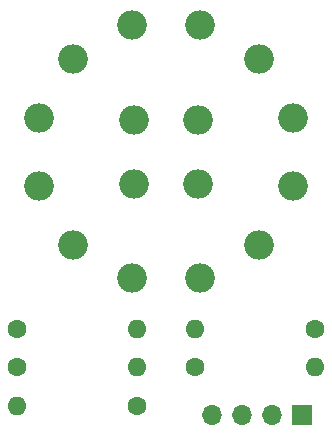
<source format=gts>
G04 #@! TF.GenerationSoftware,KiCad,Pcbnew,9.0.4-9.0.4-0~ubuntu22.04.1*
G04 #@! TF.CreationDate,2025-10-19T11:47:48+01:00*
G04 #@! TF.ProjectId,CD40106_VCO,43443430-3130-4365-9f56-434f2e6b6963,rev?*
G04 #@! TF.SameCoordinates,Original*
G04 #@! TF.FileFunction,Soldermask,Top*
G04 #@! TF.FilePolarity,Negative*
%FSLAX46Y46*%
G04 Gerber Fmt 4.6, Leading zero omitted, Abs format (unit mm)*
G04 Created by KiCad (PCBNEW 9.0.4-9.0.4-0~ubuntu22.04.1) date 2025-10-19 11:47:48*
%MOMM*%
%LPD*%
G01*
G04 APERTURE LIST*
%ADD10C,1.600000*%
%ADD11O,1.600000X1.600000*%
%ADD12O,2.500000X2.500000*%
%ADD13R,1.700000X1.700000*%
%ADD14O,1.700000X1.700000*%
G04 APERTURE END LIST*
D10*
X16420000Y-68250000D03*
D11*
X26580000Y-68250000D03*
D10*
X41580000Y-65000000D03*
D11*
X31420000Y-65000000D03*
D10*
X31420000Y-68250000D03*
D11*
X41580000Y-68250000D03*
D10*
X26580000Y-71500000D03*
D11*
X16420000Y-71500000D03*
D12*
X18278224Y-47127109D03*
X21151115Y-42151115D03*
X26127109Y-39278224D03*
X31872891Y-39278224D03*
X36848885Y-42151115D03*
X39721776Y-47127109D03*
X39721776Y-52872891D03*
X36848885Y-57848885D03*
X31872891Y-60721776D03*
X26127109Y-60721776D03*
X21151115Y-57848885D03*
X18278224Y-52872891D03*
X26277639Y-47277639D03*
X31722361Y-47277639D03*
X31722361Y-52722361D03*
X26277639Y-52722361D03*
D10*
X16420000Y-65000000D03*
D11*
X26580000Y-65000000D03*
D13*
X40500000Y-72250000D03*
D14*
X37960000Y-72250000D03*
X35420000Y-72250000D03*
X32880000Y-72250000D03*
M02*

</source>
